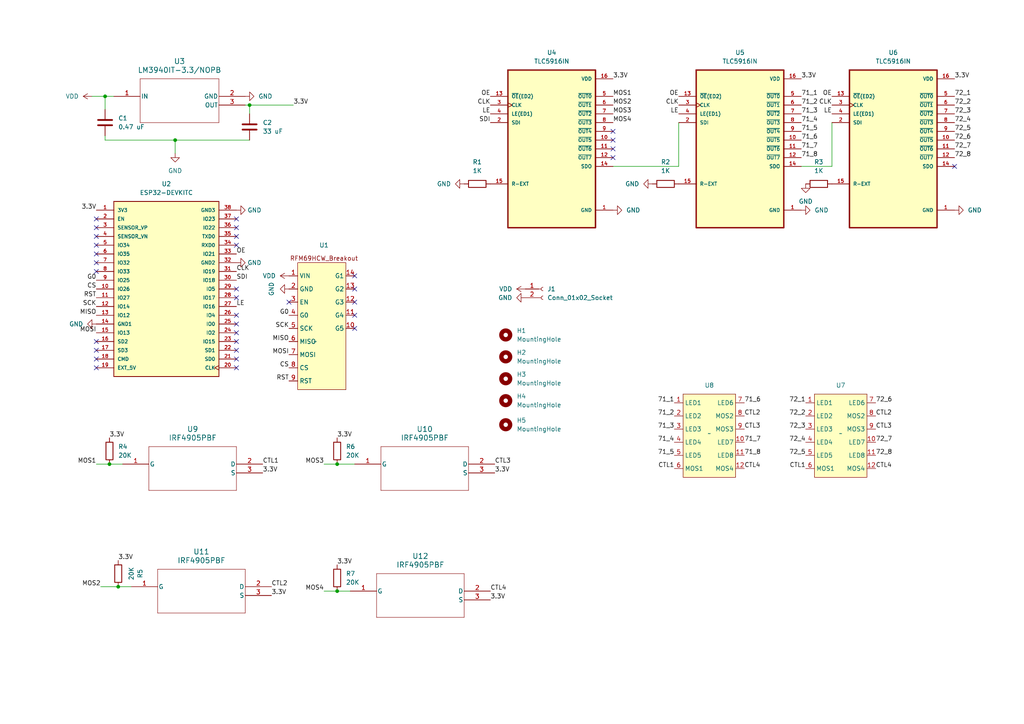
<source format=kicad_sch>
(kicad_sch (version 20230121) (generator eeschema)
  (paper "A4")
  (lib_symbols
    (symbol "CL5641BH:CL5641BH_1"
      (property "Reference" "U8" (at 0 13.97 0))
      (property "Value" "~" (at 0 0 0))
      (symbol "CL5641BH_1_1_1"
        (rectangle (start -7.62 11.43) (end 7.62 -12.7) (fill (type background)))
        (pin bidirectional line (at -10.16 8.89 0) (length 2.54) (name "LED1") (number "1"))
        (pin bidirectional line (at 10.16 -2.54 180) (length 2.54) (name "LED7") (number "10"))
        (pin bidirectional line (at 10.16 -6.35 180) (length 2.54) (name "LED8") (number "11"))
        (pin bidirectional line (at 10.16 -10.16 180) (length 2.54) (name "MOS4") (number "12"))
        (pin bidirectional line (at -10.16 5.08 0) (length 2.54) (name "LED2") (number "2"))
        (pin bidirectional line (at -10.16 1.27 0) (length 2.54) (name "LED3") (number "3"))
        (pin bidirectional line (at -10.16 -2.54 0) (length 2.54) (name "LED4") (number "4"))
        (pin bidirectional line (at -10.16 -6.35 0) (length 2.54) (name "LED5") (number "5"))
        (pin bidirectional line (at -10.16 -10.16 0) (length 2.54) (name "MOS1") (number "6"))
        (pin bidirectional line (at 10.16 8.89 180) (length 2.54) (name "LED6") (number "7"))
        (pin bidirectional line (at 10.16 5.08 180) (length 2.54) (name "MOS2") (number "8"))
        (pin bidirectional line (at 10.16 1.27 180) (length 2.54) (name "MOS3") (number "9"))
      )
    )
    (symbol "CL5641BH_1_1"
      (property "Reference" "U8" (at 0 13.97 0))
      (property "Value" "~" (at 0 0 0))
      (symbol "CL5641BH_1_1_1_1"
        (rectangle (start -7.62 11.43) (end 7.62 -12.7) (fill (type background)))
        (pin bidirectional line (at -10.16 8.89 0) (length 2.54) (name "LED1") (number "1"))
        (pin bidirectional line (at 10.16 -2.54 180) (length 2.54) (name "LED7") (number "10"))
        (pin bidirectional line (at 10.16 -6.35 180) (length 2.54) (name "LED8") (number "11"))
        (pin bidirectional line (at 10.16 -10.16 180) (length 2.54) (name "MOS4") (number "12"))
        (pin bidirectional line (at -10.16 5.08 0) (length 2.54) (name "LED2") (number "2"))
        (pin bidirectional line (at -10.16 1.27 0) (length 2.54) (name "LED3") (number "3"))
        (pin bidirectional line (at -10.16 -2.54 0) (length 2.54) (name "LED4") (number "4"))
        (pin bidirectional line (at -10.16 -6.35 0) (length 2.54) (name "LED5") (number "5"))
        (pin bidirectional line (at -10.16 -10.16 0) (length 2.54) (name "MOS1") (number "6"))
        (pin bidirectional line (at 10.16 8.89 180) (length 2.54) (name "LED6") (number "7"))
        (pin bidirectional line (at 10.16 5.08 180) (length 2.54) (name "MOS2") (number "8"))
        (pin bidirectional line (at 10.16 1.27 180) (length 2.54) (name "MOS3") (number "9"))
      )
    )
    (symbol "Connector:Conn_01x02_Socket" (pin_names (offset 1.016) hide)
      (property "Reference" "J" (at 0 2.54 0))
      (property "Value" "Conn_01x02_Socket" (at 0 -5.08 0))
      (symbol "Conn_01x02_Socket_1_1"
        (arc (start 0 -2.032) (mid -0.5058 -2.54) (end 0 -3.048) (stroke (width 0.1524)))
        (polyline (pts (xy -1.27 -2.54) (xy -0.508 -2.54)) (stroke (width 0.1524)))
        (polyline (pts (xy -1.27 0) (xy -0.508 0)) (stroke (width 0.1524)))
        (arc (start 0 0.508) (mid -0.5058 0) (end 0 -0.508) (stroke (width 0.1524)))
        (pin passive line (at -5.08 0 0) (length 3.81) (name "Pin_1") (number "1"))
        (pin passive line (at -5.08 -2.54 0) (length 3.81) (name "Pin_2") (number "2"))
      )
    )
    (symbol "Device:C" (pin_numbers hide) (pin_names (offset 0.254))
      (property "Reference" "C" (at 0.635 2.54 0))
      (property "Value" "C" (at 0.635 -2.54 0))
      (symbol "C_0_1"
        (polyline (pts (xy -2.032 -0.762) (xy 2.032 -0.762)) (stroke (width 0.508)))
        (polyline (pts (xy -2.032 0.762) (xy 2.032 0.762)) (stroke (width 0.508)))
      )
      (symbol "C_1_1"
        (pin passive line (at 0 3.81 270) (length 2.794) (name "~") (number "1"))
        (pin passive line (at 0 -3.81 90) (length 2.794) (name "~") (number "2"))
      )
    )
    (symbol "Device:R" (pin_numbers hide) (pin_names (offset 0))
      (property "Reference" "R" (at 2.032 0 90))
      (property "Value" "R" (at 0 0 90))
      (symbol "R_0_1"
        (rectangle (start -1.016 -2.54) (end 1.016 2.54) (stroke (width 0.254)))
      )
      (symbol "R_1_1"
        (pin passive line (at 0 3.81 270) (length 1.27) (name "~") (number "1"))
        (pin passive line (at 0 -3.81 90) (length 1.27) (name "~") (number "2"))
      )
    )
    (symbol "ESP32:ESP32-DEVKITC" (pin_names (offset 1.016))
      (property "Reference" "U2" (at 0 30.48 0))
      (property "Value" "ESP32-DEVKITC" (at 0 27.94 0))
      (symbol "ESP32-DEVKITC_0_0"
        (rectangle (start -15.24 -25.4) (end 15.24 25.4) (stroke (width 0.254)) (fill (type background)))
        (pin power_in line (at -20.32 22.86 0) (length 5.08) (name "3V3") (number "1"))
        (pin bidirectional line (at -20.32 0 0) (length 5.08) (name "IO26") (number "10"))
        (pin bidirectional line (at -20.32 -2.54 0) (length 5.08) (name "IO27") (number "11"))
        (pin bidirectional line (at -20.32 -5.08 0) (length 5.08) (name "IO14") (number "12"))
        (pin bidirectional line (at -20.32 -7.62 0) (length 5.08) (name "IO12") (number "13"))
        (pin power_in line (at -20.32 -10.16 0) (length 5.08) (name "GND1") (number "14"))
        (pin bidirectional line (at -20.32 -12.7 0) (length 5.08) (name "IO13") (number "15"))
        (pin bidirectional line (at -20.32 -15.24 0) (length 5.08) (name "SD2") (number "16"))
        (pin bidirectional line (at -20.32 -17.78 0) (length 5.08) (name "SD3") (number "17"))
        (pin bidirectional line (at -20.32 -20.32 0) (length 5.08) (name "CMD") (number "18"))
        (pin power_in line (at -20.32 -22.86 0) (length 5.08) (name "EXT_5V") (number "19"))
        (pin input line (at -20.32 20.32 0) (length 5.08) (name "EN") (number "2"))
        (pin input clock (at 20.32 -22.86 180) (length 5.08) (name "CLK") (number "20"))
        (pin bidirectional line (at 20.32 -20.32 180) (length 5.08) (name "SD0") (number "21"))
        (pin bidirectional line (at 20.32 -17.78 180) (length 5.08) (name "SD1") (number "22"))
        (pin bidirectional line (at 20.32 -15.24 180) (length 5.08) (name "IO15") (number "23"))
        (pin bidirectional line (at 20.32 -12.7 180) (length 5.08) (name "IO2") (number "24"))
        (pin bidirectional line (at 20.32 -10.16 180) (length 5.08) (name "IO0") (number "25"))
        (pin bidirectional line (at 20.32 -7.62 180) (length 5.08) (name "IO4") (number "26"))
        (pin bidirectional line (at 20.32 -5.08 180) (length 5.08) (name "IO16") (number "27"))
        (pin bidirectional line (at 20.32 -2.54 180) (length 5.08) (name "IO17") (number "28"))
        (pin bidirectional line (at 20.32 0 180) (length 5.08) (name "IO5") (number "29"))
        (pin input line (at -20.32 17.78 0) (length 5.08) (name "SENSOR_VP") (number "3"))
        (pin bidirectional line (at 20.32 2.54 180) (length 5.08) (name "IO18") (number "30"))
        (pin bidirectional line (at 20.32 5.08 180) (length 5.08) (name "IO19") (number "31"))
        (pin power_in line (at 20.32 7.62 180) (length 5.08) (name "GND2") (number "32"))
        (pin bidirectional line (at 20.32 10.16 180) (length 5.08) (name "IO21") (number "33"))
        (pin input line (at 20.32 12.7 180) (length 5.08) (name "RXD0") (number "34"))
        (pin output line (at 20.32 15.24 180) (length 5.08) (name "TXD0") (number "35"))
        (pin bidirectional line (at 20.32 17.78 180) (length 5.08) (name "IO22") (number "36"))
        (pin bidirectional line (at 20.32 20.32 180) (length 5.08) (name "IO23") (number "37"))
        (pin power_in line (at 20.32 22.86 180) (length 5.08) (name "GND3") (number "38"))
        (pin input line (at -20.32 15.24 0) (length 5.08) (name "SENSOR_VN") (number "4"))
        (pin bidirectional line (at -20.32 12.7 0) (length 5.08) (name "IO34") (number "5"))
        (pin bidirectional line (at -20.32 10.16 0) (length 5.08) (name "IO35") (number "6"))
        (pin bidirectional line (at -20.32 7.62 0) (length 5.08) (name "IO32") (number "7"))
        (pin bidirectional line (at -20.32 5.08 0) (length 5.08) (name "IO33") (number "8"))
        (pin bidirectional line (at -20.32 2.54 0) (length 5.08) (name "IO25") (number "9"))
      )
    )
    (symbol "IRF4905:IRF4905PBF_1" (pin_names (offset 0.254))
      (property "Reference" "U9" (at 20.32 10.16 0))
      (property "Value" "IRF4905PBF" (at 20.32 7.62 0))
      (symbol "IRF4905PBF_1_0_1"
        (polyline (pts (xy 7.62 -7.62) (xy 33.02 -7.62)) (stroke (width 0.127)))
        (polyline (pts (xy 7.62 5.08) (xy 7.62 -7.62)) (stroke (width 0.127)))
        (polyline (pts (xy 33.02 -7.62) (xy 33.02 5.08)) (stroke (width 0.127)))
        (polyline (pts (xy 33.02 5.08) (xy 7.62 5.08)) (stroke (width 0.127)))
        (pin unspecified line (at 0 0 0) (length 7.62) (name "G") (number "1"))
      )
      (symbol "IRF4905PBF_1_1_1"
        (pin unspecified line (at 40.64 0 180) (length 7.62) (name "D") (number "2"))
        (pin unspecified line (at 40.64 -2.54 180) (length 7.62) (name "S") (number "3"))
      )
    )
    (symbol "LM3940:LM3940IT-3.3_NOPB" (pin_names (offset 0.254))
      (property "Reference" "U3" (at 19.05 10.16 0))
      (property "Value" "LM3940IT-3.3/NOPB" (at 19.05 7.62 0))
      (symbol "LM3940IT-3.3_NOPB_0_1"
        (polyline (pts (xy 7.62 -7.62) (xy 30.48 -7.62)) (stroke (width 0.127)))
        (polyline (pts (xy 7.62 5.08) (xy 7.62 -7.62)) (stroke (width 0.127)))
        (polyline (pts (xy 30.48 -7.62) (xy 30.48 5.08)) (stroke (width 0.127)))
        (polyline (pts (xy 30.48 5.08) (xy 7.62 5.08)) (stroke (width 0.127)))
        (pin input line (at 0 0 0) (length 7.62) (name "IN") (number "1"))
        (pin passive line (at 38.1 0 180) (length 7.62) (name "GND") (number "2"))
        (pin output line (at 38.1 -2.54 180) (length 7.62) (name "OUT") (number "3"))
      )
    )
    (symbol "Mechanical:MountingHole" (pin_names (offset 1.016))
      (property "Reference" "H" (at 0 5.08 0))
      (property "Value" "MountingHole" (at 0 3.175 0))
      (symbol "MountingHole_0_1"
        (circle (center 0 0) (radius 1.27) (stroke (width 1.27)))
      )
    )
    (symbol "RFM69HCW:RFM69HCW_Breakout"
      (property "Reference" "U1" (at 2.54 27.94 0))
      (property "Value" "~" (at 0 0 0))
      (symbol "RFM69HCW_Breakout_1_1"
        (rectangle (start -5.08 22.86) (end 8.89 -13.97) (fill (type background)))
        (text "RFM69HCW_Breakout" (at 2.54 24.13 0) (effects (font (size 1.27 1.27))))
        (pin power_in line (at -7.62 19.05 0) (length 2.54) (name "VIN") (number "1"))
        (pin output line (at 11.43 3.81 180) (length 2.54) (name "G5") (number "10"))
        (pin output line (at 11.43 7.62 180) (length 2.54) (name "G4") (number "11"))
        (pin output line (at 11.43 11.43 180) (length 2.54) (name "G3") (number "12"))
        (pin output line (at 11.43 15.24 180) (length 2.54) (name "G2") (number "13"))
        (pin output line (at 11.43 19.05 180) (length 2.54) (name "G1") (number "14"))
        (pin power_out line (at -7.62 15.24 0) (length 2.54) (name "GND") (number "2"))
        (pin bidirectional line (at -7.62 11.43 0) (length 2.54) (name "EN") (number "3"))
        (pin bidirectional line (at -7.62 7.62 0) (length 2.54) (name "G0") (number "4"))
        (pin bidirectional line (at -7.62 3.81 0) (length 2.54) (name "SCK") (number "5"))
        (pin bidirectional line (at -7.62 0 0) (length 2.54) (name "MISO") (number "6"))
        (pin bidirectional line (at -7.62 -3.81 0) (length 2.54) (name "MOSI") (number "7"))
        (pin bidirectional line (at -7.62 -7.62 0) (length 2.54) (name "CS") (number "8"))
        (pin bidirectional line (at -7.62 -11.43 0) (length 2.54) (name "RST") (number "9"))
      )
    )
    (symbol "TLC5916IN:TLC5916IN" (pin_names (offset 1.016))
      (property "Reference" "U4" (at 0 27.94 0))
      (property "Value" "TLC5916IN" (at 0 25.4 0))
      (symbol "TLC5916IN_0_0"
        (rectangle (start -12.7 22.86) (end 12.7 -22.86) (stroke (width 0.41)) (fill (type background)))
        (pin power_in line (at 17.78 -17.78 180) (length 5.08) (name "GND") (number "1"))
        (pin output line (at 17.78 2.54 180) (length 5.08) (name "~{OUT5}") (number "10"))
        (pin output line (at 17.78 0 180) (length 5.08) (name "~{OUT6}") (number "11"))
        (pin output line (at 17.78 -2.54 180) (length 5.08) (name "~{OUT7}") (number "12"))
        (pin input line (at -17.78 15.24 0) (length 5.08) (name "~{OE}(ED2)") (number "13"))
        (pin output line (at 17.78 -5.08 180) (length 5.08) (name "SDO") (number "14"))
        (pin bidirectional line (at -17.78 -10.16 0) (length 5.08) (name "R-EXT") (number "15"))
        (pin power_in line (at 17.78 20.32 180) (length 5.08) (name "VDD") (number "16"))
        (pin input line (at -17.78 7.62 0) (length 5.08) (name "SDI") (number "2"))
        (pin input clock (at -17.78 12.7 0) (length 5.08) (name "CLK") (number "3"))
        (pin input line (at -17.78 10.16 0) (length 5.08) (name "LE(ED1)") (number "4"))
        (pin output line (at 17.78 15.24 180) (length 5.08) (name "~{OUT0}") (number "5"))
        (pin output line (at 17.78 12.7 180) (length 5.08) (name "~{OUT1}") (number "6"))
        (pin output line (at 17.78 10.16 180) (length 5.08) (name "~{OUT2}") (number "7"))
        (pin output line (at 17.78 7.62 180) (length 5.08) (name "~{OUT3}") (number "8"))
        (pin output line (at 17.78 5.08 180) (length 5.08) (name "~{OUT4}") (number "9"))
      )
    )
    (symbol "power:GND" (power) (pin_names (offset 0))
      (property "Value" "GND" (at 0 -3.81 0))
      (symbol "GND_0_1"
        (polyline (pts (xy 0 0) (xy 0 -1.27) (xy 1.27 -1.27) (xy 0 -2.54) (xy -1.27 -1.27) (xy 0 -1.27)))
      )
      (symbol "GND_1_1"
        (pin power_in line (at 0 0 270) (length 0) hide (name "GND") (number "1"))
      )
    )
    (symbol "power:VDD" (power) (pin_names (offset 0))
      (property "Value" "VDD" (at 0 3.81 0))
      (symbol "VDD_0_1"
        (polyline (pts (xy -0.762 1.27) (xy 0 2.54)))
        (polyline (pts (xy 0 0) (xy 0 2.54)))
        (polyline (pts (xy 0 2.54) (xy 0.762 1.27)))
      )
      (symbol "VDD_1_1"
        (pin power_in line (at 0 0 90) (length 0) hide (name "VDD") (number "1"))
      )
    )
  )
  (junction (at 31.75 134.62))
  (junction (at 97.79 134.62))
  (junction (at 72.39 30.48))
  (junction (at 34.29 170.18))
  (junction (at 50.8 40.64))
  (junction (at 97.79 171.45))
  (junction (at 30.48 27.94))
  (no_connect (at 27.94 66.04))
  (no_connect (at 177.8 45.72))
  (no_connect (at 27.94 106.68))
  (no_connect (at 102.87 83.82))
  (no_connect (at 68.58 68.58))
  (no_connect (at 27.94 63.5))
  (no_connect (at 102.87 95.25))
  (no_connect (at 68.58 71.12))
  (no_connect (at 27.94 71.12))
  (no_connect (at 102.87 80.01))
  (no_connect (at 27.94 78.74))
  (no_connect (at 102.87 91.44))
  (no_connect (at 68.58 63.5))
  (no_connect (at 27.94 104.14))
  (no_connect (at 68.58 106.68))
  (no_connect (at 68.58 104.14))
  (no_connect (at 68.58 91.44))
  (no_connect (at 68.58 96.52))
  (no_connect (at 68.58 93.98))
  (no_connect (at 68.58 66.04))
  (no_connect (at 27.94 68.58))
  (no_connect (at 27.94 101.6))
  (no_connect (at 177.8 43.18))
  (no_connect (at 68.58 83.82))
  (no_connect (at 177.8 40.64))
  (no_connect (at 68.58 99.06))
  (no_connect (at 27.94 76.2))
  (no_connect (at 27.94 99.06))
  (no_connect (at 102.87 87.63))
  (no_connect (at 276.86 48.26))
  (no_connect (at 177.8 38.1))
  (no_connect (at 27.94 73.66))
  (no_connect (at 68.58 101.6))
  (no_connect (at 68.58 86.36))
  (no_connect (at 83.82 87.63))
  (wire (pts (xy 93.98 134.62) (xy 97.79 134.62)))
  (wire (pts (xy 72.39 30.48) (xy 72.39 33.02)))
  (wire (pts (xy 71.12 30.48) (xy 72.39 30.48)))
  (wire (pts (xy 196.85 48.26) (xy 196.85 35.56)))
  (wire (pts (xy 34.29 170.18) (xy 38.1 170.18)))
  (wire (pts (xy 31.75 134.62) (xy 35.56 134.62)))
  (wire (pts (xy 29.21 170.18) (xy 34.29 170.18)))
  (wire (pts (xy 27.94 134.62) (xy 31.75 134.62)))
  (wire (pts (xy 30.48 27.94) (xy 30.48 31.75)))
  (wire (pts (xy 50.8 40.64) (xy 72.39 40.64)))
  (wire (pts (xy 93.98 171.45) (xy 97.79 171.45)))
  (wire (pts (xy 26.67 27.94) (xy 30.48 27.94)))
  (wire (pts (xy 50.8 40.64) (xy 50.8 44.45)))
  (wire (pts (xy 30.48 40.64) (xy 50.8 40.64)))
  (wire (pts (xy 97.79 134.62) (xy 102.87 134.62)))
  (wire (pts (xy 241.3 48.26) (xy 241.3 35.56)))
  (wire (pts (xy 30.48 27.94) (xy 33.02 27.94)))
  (wire (pts (xy 232.41 48.26) (xy 241.3 48.26)))
  (wire (pts (xy 97.79 171.45) (xy 101.6 171.45)))
  (wire (pts (xy 30.48 39.37) (xy 30.48 40.64)))
  (wire (pts (xy 177.8 48.26) (xy 196.85 48.26)))
  (wire (pts (xy 72.39 30.48) (xy 85.09 30.48)))
  (label "71_5" (at 195.58 132.08 180))
  (label "MOS3" (at 93.98 134.62 180))
  (label "G0" (at 27.94 81.28 180))
  (label "71_7" (at 215.9 128.27 0))
  (label "71_1" (at 232.41 27.94 0))
  (label "CTL3" (at 254 124.46 0))
  (label "CS" (at 27.94 83.82 180))
  (label "71_3" (at 195.58 124.46 180))
  (label "MISO" (at 27.94 91.44 180))
  (label "3.3V" (at 31.75 127 0))
  (label "72_5" (at 276.86 38.1 0))
  (label "3.3V" (at 78.74 172.72 0))
  (label "CTL4" (at 254 135.89 0))
  (label "CLK" (at 142.24 30.48 180))
  (label "72_7" (at 276.86 43.18 0))
  (label "3.3V" (at 85.09 30.48 0))
  (label "71_4" (at 195.58 128.27 180))
  (label "OE" (at 68.58 73.66 0))
  (label "3.3V" (at 143.51 137.16 0))
  (label "CTL4" (at 215.9 135.89 0))
  (label "SCK" (at 27.94 88.9 180))
  (label "SDI" (at 142.24 35.56 180))
  (label "CLK" (at 241.3 30.48 180))
  (label "CTL2" (at 78.74 170.18 0))
  (label "RST" (at 27.94 86.36 180))
  (label "3.3V" (at 97.79 163.83 0))
  (label "3.3V" (at 232.41 22.86 0))
  (label "CTL1" (at 195.58 135.89 180))
  (label "CTL3" (at 143.51 134.62 0))
  (label "OE" (at 142.24 27.94 180))
  (label "71_6" (at 232.41 40.64 0))
  (label "71_1" (at 195.58 116.84 180))
  (label "RST" (at 83.82 110.49 180))
  (label "MOS2" (at 29.21 170.18 180))
  (label "MOS3" (at 177.8 33.02 0))
  (label "72_1" (at 276.86 27.94 0))
  (label "MOS1" (at 177.8 27.94 0))
  (label "72_4" (at 276.86 35.56 0))
  (label "SCK" (at 83.82 95.25 180))
  (label "71_4" (at 232.41 35.56 0))
  (label "CTL2" (at 254 120.65 0))
  (label "3.3V" (at 97.79 127 0))
  (label "72_4" (at 233.68 128.27 180))
  (label "MOS2" (at 177.8 30.48 0))
  (label "72_3" (at 276.86 33.02 0))
  (label "71_8" (at 215.9 132.08 0))
  (label "71_5" (at 232.41 38.1 0))
  (label "3.3V" (at 276.86 22.86 0))
  (label "72_8" (at 254 132.08 0))
  (label "CTL1" (at 233.68 135.89 180))
  (label "71_2" (at 232.41 30.48 0))
  (label "MOSI" (at 27.94 96.52 180))
  (label "72_2" (at 233.68 120.65 180))
  (label "72_5" (at 233.68 132.08 180))
  (label "72_3" (at 233.68 124.46 180))
  (label "3.3V" (at 27.94 60.96 180))
  (label "72_7" (at 254 128.27 0))
  (label "CTL3" (at 215.9 124.46 0))
  (label "MOS4" (at 93.98 171.45 180))
  (label "71_3" (at 232.41 33.02 0))
  (label "72_6" (at 254 116.84 0))
  (label "3.3V" (at 76.2 137.16 0))
  (label "LE" (at 196.85 33.02 180))
  (label "CLK" (at 68.58 78.74 0))
  (label "72_1" (at 233.68 116.84 180))
  (label "LE" (at 142.24 33.02 180))
  (label "MOS4" (at 177.8 35.56 0))
  (label "CTL2" (at 215.9 120.65 0))
  (label "71_2" (at 195.58 120.65 180))
  (label "72_2" (at 276.86 30.48 0))
  (label "72_6" (at 276.86 40.64 0))
  (label "MISO" (at 83.82 99.06 180))
  (label "LE" (at 241.3 33.02 180))
  (label "CS" (at 83.82 106.68 180))
  (label "71_8" (at 232.41 45.72 0))
  (label "OE" (at 241.3 27.94 180))
  (label "71_7" (at 232.41 43.18 0))
  (label "CLK" (at 196.85 30.48 180))
  (label "CTL1" (at 76.2 134.62 0))
  (label "MOSI" (at 83.82 102.87 180))
  (label "71_6" (at 215.9 116.84 0))
  (label "SDI" (at 68.58 81.28 0))
  (label "72_8" (at 276.86 45.72 0))
  (label "OE" (at 196.85 27.94 180))
  (label "3.3V" (at 177.8 22.86 0))
  (label "MOS1" (at 27.94 134.62 180))
  (label "CTL4" (at 142.24 171.45 0))
  (label "LE" (at 68.58 88.9 0))
  (label "G0" (at 83.82 91.44 180))
  (label "3.3V" (at 142.24 173.99 0))
  (label "3.3V" (at 34.29 162.56 0))
  (symbol (lib_id "power:VDD") (at 83.82 80.01 90) (unit 1)
    (property "Reference" "#PWR013" (effects hide))
    (property "Value" "VDD" (at 80.01 80.01 90) (effects (justify left)))
  )
  (symbol (lib_id "Mechanical:MountingHole") (at 146.685 97.155 0) (unit 1)
    (property "Reference" "H1" (at 149.86 95.885 0) (effects (justify left)))
    (property "Value" "MountingHole" (at 149.86 98.425 0) (effects (justify left)))
    (property "Footprint" "MountingHole:MountingHole_3.2mm_M3_DIN965_Pad_TopBottom" (effects hide))
  )
  (symbol (lib_id "CL5641BH:CL5641BH_1") (at 243.84 125.73 0) (unit 1)
    (property "Reference" "U7" (at 243.84 111.76 0))
    (property "Value" "~" (at 243.84 125.73 0))
    (property "Footprint" "rocketry_footprints:Seven_Segment_Display" (effects hide))
    (property "Datasheet" "http://www.xlitx.com/datasheet/5641BH.pdf" (effects hide))
  )
  (symbol (lib_id "power:GND") (at 189.23 53.34 270) (unit 1)
    (property "Reference" "#PWR010" (effects hide))
    (property "Value" "GND" (at 185.42 53.34 90) (effects (justify right)))
  )
  (symbol (lib_id "LM3940:LM3940IT-3.3_NOPB") (at 33.02 27.94 0) (unit 1)
    (property "Reference" "U3" (at 52.07 17.78 0) (effects (font (size 1.524 1.524))))
    (property "Value" "LM3940IT-3.3/NOPB" (at 52.07 20.32 0) (effects (font (size 1.524 1.524))))
    (property "Footprint" "rocketry_footprints:LM3940IT" (effects hide))
    (property "Datasheet" "https://www.ti.com/lit/ds/symlink/lm3940.pdf?ts=1702349127947&ref_url=https%253A%252F%252Fwww.ti.com%252Fproduct%252FLM3940%252Fpart-details%252FLM3940IT-3.3%252FNOPB" (effects hide))
  )
  (symbol (lib_name "CL5641BH_1_1") (lib_id "CL5641BH:CL5641BH_1") (at 205.74 125.73 0) (unit 1)
    (property "Reference" "U8" (at 205.74 111.76 0))
    (property "Value" "~" (at 205.74 125.73 0))
    (property "Footprint" "rocketry_footprints:Seven_Segment_Display" (effects hide))
    (property "Datasheet" "http://www.xlitx.com/datasheet/5641BH.pdf" (effects hide))
  )
  (symbol (lib_id "power:GND") (at 152.4 86.36 270) (unit 1)
    (property "Reference" "#PWR06" (effects hide))
    (property "Value" "GND" (at 148.59 86.36 90) (effects (justify right)))
  )
  (symbol (lib_id "power:VDD") (at 26.67 27.94 90) (unit 1)
    (property "Reference" "#PWR02" (effects hide))
    (property "Value" "VDD" (at 22.86 27.94 90) (effects (justify left)))
  )
  (symbol (lib_id "ESP32:ESP32-DEVKITC") (at 48.26 83.82 0) (unit 1)
    (property "Reference" "U2" (at 48.26 53.34 0))
    (property "Value" "ESP32-DEVKITC" (at 48.26 55.88 0))
    (property "Footprint" "rocketry_footprints:MODULE_ESP32-DEVKITC" (effects hide))
    (property "MF" "Espressif Systems" (effects hide))
    (property "Description" "\nESP32-WROOM-32UE series Transceiver; 802.11 b/g/n (Wi-Fi, WiFi, WLAN), Bluetooth ® Smart Ready 4.x Dual Mode Evaluation Board\n" (effects hide))
    (property "Package" "None" (effects hide))
    (property "Price" "None" (effects hide))
    (property "Check_prices" "https://www.snapeda.com/parts/ESP32-DEVKITC/Espressif+Systems/view-part/?ref=eda" (effects hide))
    (property "STANDARD" "Manufacturer Recommendations" (effects hide))
    (property "PARTREV" "N/A" (effects hide))
    (property "SnapEDA_Link" "https://www.snapeda.com/parts/ESP32-DEVKITC/Espressif+Systems/view-part/?ref=snap" (effects hide))
    (property "MP" "ESP32-DEVKITC" (effects hide))
    (property "Availability" "In Stock" (effects hide))
    (property "MANUFACTURER" "ESPRESSIF" (effects hide))
  )
  (symbol (lib_id "Connector:Conn_01x02_Socket") (at 157.48 83.82 0) (unit 1)
    (property "Reference" "J1" (at 158.75 83.82 0) (effects (justify left)))
    (property "Value" "Conn_01x02_Socket" (at 158.75 86.36 0) (effects (justify left)))
    (property "Footprint" "Connector_PinSocket_2.54mm:PinSocket_1x02_P2.54mm_Vertical" (effects hide))
  )
  (symbol (lib_id "power:GND") (at 68.58 76.2 90) (unit 1)
    (property "Reference" "#PWR015" (effects hide))
    (property "Value" "GND" (at 71.755 76.2 90) (effects (justify right)))
  )
  (symbol (lib_id "IRF4905:IRF4905PBF_1") (at 102.87 134.62 0) (unit 1)
    (property "Reference" "U10" (at 123.19 124.46 0) (effects (font (size 1.524 1.524))))
    (property "Value" "IRF4905PBF" (at 123.19 127 0) (effects (font (size 1.524 1.524))))
    (property "Footprint" "rocketry_footprints:PG-TO220-3_INF" (effects hide))
    (property "Datasheet" "IRF4905PBF" (effects hide))
  )
  (symbol (lib_id "IRF4905:IRF4905PBF_1") (at 101.6 171.45 0) (unit 1)
    (property "Reference" "U12" (at 121.92 161.29 0) (effects (font (size 1.524 1.524))))
    (property "Value" "IRF4905PBF" (at 121.92 163.83 0) (effects (font (size 1.524 1.524))))
    (property "Footprint" "rocketry_footprints:PG-TO220-3_INF" (effects hide))
    (property "Datasheet" "IRF4905PBF" (effects hide))
  )
  (symbol (lib_id "Device:R") (at 31.75 130.81 0) (unit 1)
    (property "Reference" "R4" (at 34.29 129.54 0) (effects (justify left)))
    (property "Value" "20K" (at 34.29 132.08 0) (effects (justify left)))
    (property "Footprint" "Resistor_SMD:R_0603_1608Metric_Pad0.98x0.95mm_HandSolder" (effects hide))
  )
  (symbol (lib_id "TLC5916IN:TLC5916IN") (at 160.02 43.18 0) (unit 1)
    (property "Reference" "U4" (at 160.02 15.24 0))
    (property "Value" "TLC5916IN" (at 160.02 17.78 0))
    (property "Footprint" "rocketry_footprints:TLC5916IN" (effects hide))
    (property "Datasheet" "https://www.ti.com/lit/ds/symlink/tlc5916.pdf?ts=1702349019331&ref_url=https%253A%252F%252Fwww.google.com%252F" (effects hide))
    (property "DigiKey_Part_Number" "296-24383-5-ND" (effects hide))
    (property "MF" "Texas Instruments" (effects hide))
    (property "Purchase-URL" "https://www.snapeda.com/api/url_track_click_mouser/?unipart_id=276911&manufacturer=Texas Instruments&part_name=TLC5916IN&search_term=tlc5916in" (effects hide))
    (property "Package" "PDIP-16 Texas Instruments" (effects hide))
    (property "SnapEDA_Link" "https://www.snapeda.com/parts/TLC5916IN/Texas+Instruments/view-part/?ref=snap" (effects hide))
    (property "MP" "TLC5916IN" (effects hide))
    (property "Description" "\n8-bit constant-current LED sink driver\n" (effects hide))
    (property "Check_prices" "https://www.snapeda.com/parts/TLC5916IN/Texas+Instruments/view-part/?ref=eda" (effects hide))
  )
  (symbol (lib_id "power:GND") (at 232.41 60.96 90) (unit 1)
    (property "Reference" "#PWR08" (effects hide))
    (property "Value" "GND" (at 236.22 60.96 90) (effects (justify right)))
  )
  (symbol (lib_id "power:GND") (at 276.86 60.96 90) (unit 1)
    (property "Reference" "#PWR09" (effects hide))
    (property "Value" "GND" (at 280.67 60.96 90) (effects (justify right)))
  )
  (symbol (lib_id "Device:C") (at 30.48 35.56 0) (unit 1)
    (property "Reference" "C1" (at 34.29 34.29 0) (effects (justify left)))
    (property "Value" "0.47 uF" (at 34.29 36.83 0) (effects (justify left)))
    (property "Footprint" "Capacitor_SMD:C_0603_1608Metric_Pad1.08x0.95mm_HandSolder" (effects hide))
  )
  (symbol (lib_id "Mechanical:MountingHole") (at 146.685 109.855 0) (unit 1)
    (property "Reference" "H3" (at 149.86 108.585 0) (effects (justify left)))
    (property "Value" "MountingHole" (at 149.86 111.125 0) (effects (justify left)))
    (property "Footprint" "MountingHole:MountingHole_3.2mm_M3_DIN965_Pad_TopBottom" (effects hide))
  )
  (symbol (lib_id "IRF4905:IRF4905PBF_1") (at 35.56 134.62 0) (unit 1)
    (property "Reference" "U9" (at 55.88 124.46 0) (effects (font (size 1.524 1.524))))
    (property "Value" "IRF4905PBF" (at 55.88 127 0) (effects (font (size 1.524 1.524))))
    (property "Footprint" "rocketry_footprints:PG-TO220-3_INF" (effects hide))
    (property "Datasheet" "IRF4905PBF" (effects hide))
  )
  (symbol (lib_id "Device:R") (at 97.79 130.81 180) (unit 1)
    (property "Reference" "R6" (at 100.33 129.54 0) (effects (justify right)))
    (property "Value" "20K" (at 100.33 132.08 0) (effects (justify right)))
    (property "Footprint" "Resistor_SMD:R_0603_1608Metric_Pad0.98x0.95mm_HandSolder" (effects hide))
  )
  (symbol (lib_id "RFM69HCW:RFM69HCW_Breakout") (at 91.44 99.06 0) (unit 1)
    (property "Reference" "U1" (at 93.98 71.12 0))
    (property "Value" "~" (at 91.44 99.06 0))
    (property "Footprint" "rocketry_footprints:RFM69HCW_Breakout" (effects hide))
  )
  (symbol (lib_id "power:GND") (at 27.94 93.98 270) (unit 1)
    (property "Reference" "#PWR016" (effects hide))
    (property "Value" "GND" (at 24.13 93.98 90) (effects (justify right)))
  )
  (symbol (lib_id "power:GND") (at 134.62 53.34 270) (unit 1)
    (property "Reference" "#PWR011" (effects hide))
    (property "Value" "GND" (at 130.81 53.34 90) (effects (justify right)))
  )
  (symbol (lib_id "power:GND") (at 177.8 60.96 90) (unit 1)
    (property "Reference" "#PWR07" (effects hide))
    (property "Value" "GND" (at 181.61 60.96 90) (effects (justify right)))
  )
  (symbol (lib_id "power:GND") (at 71.12 27.94 90) (unit 1)
    (property "Reference" "#PWR01" (effects hide))
    (property "Value" "GND" (at 74.93 27.94 90) (effects (justify right)))
  )
  (symbol (lib_id "Mechanical:MountingHole") (at 146.685 103.505 0) (unit 1)
    (property "Reference" "H2" (at 149.86 102.235 0) (effects (justify left)))
    (property "Value" "MountingHole" (at 149.86 104.775 0) (effects (justify left)))
    (property "Footprint" "MountingHole:MountingHole_3.2mm_M3_DIN965_Pad_TopBottom" (effects hide))
  )
  (symbol (lib_id "Device:R") (at 193.04 53.34 90) (unit 1)
    (property "Reference" "R2" (at 193.04 46.99 90))
    (property "Value" "1K" (at 193.04 49.53 90))
    (property "Footprint" "Resistor_SMD:R_0603_1608Metric_Pad0.98x0.95mm_HandSolder" (effects hide))
  )
  (symbol (lib_id "power:VDD") (at 152.4 83.82 90) (unit 1)
    (property "Reference" "#PWR05" (effects hide))
    (property "Value" "VDD" (at 148.59 83.82 90) (effects (justify left)))
  )
  (symbol (lib_id "power:GND") (at 233.68 53.34 0) (unit 1)
    (property "Reference" "#PWR03" (effects hide))
    (property "Value" "GND" (at 233.68 58.42 0))
  )
  (symbol (lib_id "Mechanical:MountingHole") (at 146.685 123.19 0) (unit 1)
    (property "Reference" "H5" (at 149.86 121.92 0) (effects (justify left)))
    (property "Value" "MountingHole" (at 149.86 124.46 0) (effects (justify left)))
    (property "Footprint" "MountingHole:MountingHole_3.2mm_M3_DIN965_Pad_TopBottom" (effects hide))
  )
  (symbol (lib_id "power:GND") (at 68.58 60.96 90) (unit 1)
    (property "Reference" "#PWR014" (effects hide))
    (property "Value" "GND" (at 71.755 60.96 90) (effects (justify right)))
  )
  (symbol (lib_id "TLC5916IN:TLC5916IN") (at 214.63 43.18 0) (unit 1)
    (property "Reference" "U5" (at 214.63 15.24 0))
    (property "Value" "TLC5916IN" (at 214.63 17.78 0))
    (property "Footprint" "rocketry_footprints:TLC5916IN" (effects hide))
    (property "Datasheet" "https://www.ti.com/lit/ds/symlink/tlc5916.pdf?ts=1702349019331&ref_url=https%253A%252F%252Fwww.google.com%252F" (effects hide))
    (property "DigiKey_Part_Number" "296-24383-5-ND" (effects hide))
    (property "MF" "Texas Instruments" (effects hide))
    (property "Purchase-URL" "https://www.snapeda.com/api/url_track_click_mouser/?unipart_id=276911&manufacturer=Texas Instruments&part_name=TLC5916IN&search_term=tlc5916in" (effects hide))
    (property "Package" "PDIP-16 Texas Instruments" (effects hide))
    (property "SnapEDA_Link" "https://www.snapeda.com/parts/TLC5916IN/Texas+Instruments/view-part/?ref=snap" (effects hide))
    (property "MP" "TLC5916IN" (effects hide))
    (property "Description" "\n8-bit constant-current LED sink driver\n" (effects hide))
    (property "Check_prices" "https://www.snapeda.com/parts/TLC5916IN/Texas+Instruments/view-part/?ref=eda" (effects hide))
  )
  (symbol (lib_id "Device:R") (at 138.43 53.34 90) (unit 1)
    (property "Reference" "R1" (at 138.43 46.99 90))
    (property "Value" "1K" (at 138.43 49.53 90))
    (property "Footprint" "Resistor_SMD:R_0603_1608Metric_Pad0.98x0.95mm_HandSolder" (effects hide))
  )
  (symbol (lib_id "power:GND") (at 50.8 44.45 0) (unit 1)
    (property "Reference" "#PWR012" (effects hide))
    (property "Value" "GND" (at 50.8 49.53 0))
  )
  (symbol (lib_id "Device:R") (at 237.49 53.34 90) (unit 1)
    (property "Reference" "R3" (at 237.49 46.99 90))
    (property "Value" "1K" (at 237.49 49.53 90))
    (property "Footprint" "Resistor_SMD:R_0603_1608Metric_Pad0.98x0.95mm_HandSolder" (effects hide))
  )
  (symbol (lib_id "IRF4905:IRF4905PBF_1") (at 38.1 170.18 0) (unit 1)
    (property "Reference" "U11" (at 58.42 160.02 0) (effects (font (size 1.524 1.524))))
    (property "Value" "IRF4905PBF" (at 58.42 162.56 0) (effects (font (size 1.524 1.524))))
    (property "Footprint" "rocketry_footprints:PG-TO220-3_INF" (effects hide))
    (property "Datasheet" "IRF4905PBF" (effects hide))
  )
  (symbol (lib_id "power:GND") (at 83.82 83.82 270) (unit 1)
    (property "Reference" "#PWR04" (effects hide))
    (property "Value" "GND" (at 78.74 83.82 0))
  )
  (symbol (lib_id "Device:R") (at 97.79 167.64 180) (unit 1)
    (property "Reference" "R7" (at 100.33 166.37 0) (effects (justify right)))
    (property "Value" "20K" (at 100.33 168.91 0) (effects (justify right)))
    (property "Footprint" "Resistor_SMD:R_0603_1608Metric_Pad0.98x0.95mm_HandSolder" (effects hide))
  )
  (symbol (lib_id "Device:R") (at 34.29 166.37 0) (unit 1)
    (property "Reference" "R5" (at 40.64 166.37 90))
    (property "Value" "20K" (at 38.1 166.37 90))
    (property "Footprint" "Resistor_SMD:R_0603_1608Metric_Pad0.98x0.95mm_HandSolder" (effects hide))
  )
  (symbol (lib_id "TLC5916IN:TLC5916IN") (at 259.08 43.18 0) (unit 1)
    (property "Reference" "U6" (at 259.08 15.24 0))
    (property "Value" "TLC5916IN" (at 259.08 17.78 0))
    (property "Footprint" "rocketry_footprints:TLC5916IN" (effects hide))
    (property "Datasheet" "https://www.ti.com/lit/ds/symlink/tlc5916.pdf?ts=1702349019331&ref_url=https%253A%252F%252Fwww.google.com%252F" (effects hide))
    (property "DigiKey_Part_Number" "296-24383-5-ND" (effects hide))
    (property "MF" "Texas Instruments" (effects hide))
    (property "Purchase-URL" "https://www.snapeda.com/api/url_track_click_mouser/?unipart_id=276911&manufacturer=Texas Instruments&part_name=TLC5916IN&search_term=tlc5916in" (effects hide))
    (property "Package" "PDIP-16 Texas Instruments" (effects hide))
    (property "SnapEDA_Link" "https://www.snapeda.com/parts/TLC5916IN/Texas+Instruments/view-part/?ref=snap" (effects hide))
    (property "MP" "TLC5916IN" (effects hide))
    (property "Description" "\n8-bit constant-current LED sink driver\n" (effects hide))
    (property "Check_prices" "https://www.snapeda.com/parts/TLC5916IN/Texas+Instruments/view-part/?ref=eda" (effects hide))
  )
  (symbol (lib_id "Mechanical:MountingHole") (at 146.685 116.205 0) (unit 1)
    (property "Reference" "H4" (at 149.86 114.935 0) (effects (justify left)))
    (property "Value" "MountingHole" (at 149.86 117.475 0) (effects (justify left)))
    (property "Footprint" "MountingHole:MountingHole_3.2mm_M3_DIN965_Pad_TopBottom" (effects hide))
  )
  (symbol (lib_id "Device:C") (at 72.39 36.83 0) (unit 1)
    (property "Reference" "C2" (at 76.2 35.56 0) (effects (justify left)))
    (property "Value" "33 uF" (at 76.2 38.1 0) (effects (justify left)))
    (property "Footprint" "Capacitor_SMD:C_0603_1608Metric_Pad1.08x0.95mm_HandSolder" (effects hide))
  )
)
</source>
